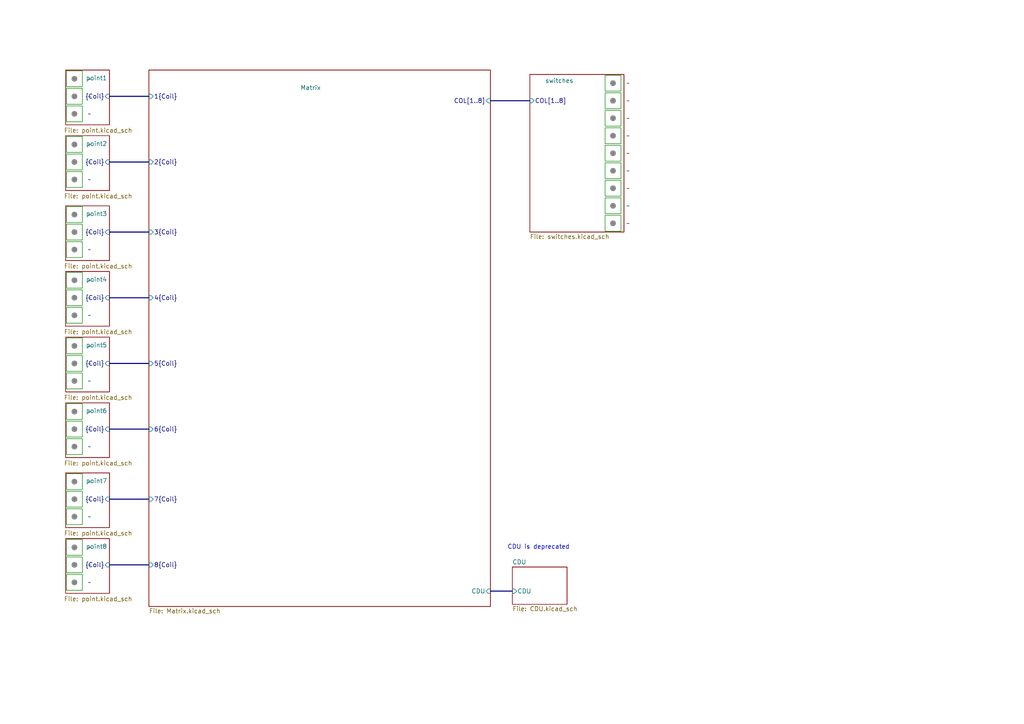
<source format=kicad_sch>
(kicad_sch (version 20231120) (generator "eeschema") (generator_version "8.0")
  (paper "A4")
  (lib_symbols
    (symbol "Device:D_45deg_Filled" (pin_numbers hide) (pin_names (offset 0) hide)
      (property "Reference" "D" (at 1.27 2.54 0))
      (property "Value" "D_45deg_Filled" (at 1.27 0 0))
      (symbol "D_45deg_Filled_0_1"
        (polyline (pts (xy -0.635 0.635) (xy -2.54 2.54)))
        (polyline (pts (xy 0 -1.27) (xy 1.27 0)) (stroke (width 0.254)))
        (polyline (pts (xy 2.54 -2.54) (xy 0.635 -0.635)))
      )
      (symbol "D_45deg_Filled_1_1"
        (polyline (pts (xy -1.27 0) (xy 0 1.27) (xy 0.635 -0.635) (xy -1.27 0)) (stroke (width 0.254)) (fill (type outline)))
        (pin passive line (at 2.54 -2.54 180) (length 0) (name "K") (number "1"))
        (pin passive line (at -2.54 2.54 0) (length 0) (name "A") (number "2"))
      )
    )
    (symbol "custom_kicad_lib_sk:screwterminal" (pin_numbers hide) (pin_names (offset 0) hide) (in_bom no) (on_board no)
      (symbol "screwterminal_1_1"
        (rectangle (start -2.3 2.3) (end 2.3 -2.3) (stroke (width 0) (color 0 132 0 1)))
        (circle (center 0 0) (radius 0.762) (stroke (width 0) (color 137 143 138 1)) (fill (type color) (color 132 132 132 1)))
      )
    )
  )
  (junction (at 420.37 118.11))
  (junction (at 445.77 97.79))
  (junction (at 443.23 133.35))
  (junction (at 443.23 110.49))
  (junction (at 415.29 113.03))
  (junction (at 422.91 143.51))
  (junction (at 415.29 166.37))
  (junction (at 420.37 156.21))
  (junction (at 430.53 158.75))
  (junction (at 427.99 171.45))
  (junction (at 415.29 151.13))
  (junction (at 407.67 151.13))
  (junction (at 450.85 133.35))
  (junction (at 422.91 166.37))
  (junction (at 445.77 128.27))
  (junction (at 430.53 135.89))
  (junction (at 420.37 171.45))
  (junction (at 435.61 140.97))
  (junction (at 450.85 163.83))
  (junction (at 450.85 102.87))
  (junction (at 435.61 163.83))
  (junction (at 438.15 128.27))
  (junction (at 427.99 148.59))
  (junction (at 445.77 158.75))
  (junction (at 443.23 163.83))
  (junction (at 438.15 105.41))
  (junction (at 438.15 158.75))
  (junction (at 407.67 166.37))
  (junction (at 407.67 120.65))
  (wire (pts (xy 412.75 148.59) (xy 427.99 148.59)))
  (wire (pts (xy 415.29 113.03) (xy 415.29 151.13)))
  (wire (pts (xy 422.91 52.07) (xy 422.91 143.51)))
  (wire (pts (xy 415.29 166.37) (xy 415.29 182.88)))
  (wire (pts (xy 461.01 52.07) (xy 461.01 182.88)))
  (wire (pts (xy 438.15 105.41) (xy 438.15 128.27)))
  (wire (pts (xy 445.77 158.75) (xy 445.77 182.88)))
  (bus (pts (xy 31.75 46.99) (xy 43.18 46.99)))
  (wire (pts (xy 412.75 72.39) (xy 469.9 72.39)))
  (wire (pts (xy 430.53 135.89) (xy 430.53 158.75)))
  (wire (pts (xy 412.75 118.11) (xy 420.37 118.11)))
  (bus (pts (xy 31.75 27.94) (xy 43.18 27.94)))
  (wire (pts (xy 412.75 57.15) (xy 469.9 57.15)))
  (bus (pts (xy 142.24 171.45) (xy 148.59 171.45)))
  (wire (pts (xy 422.91 143.51) (xy 422.91 166.37)))
  (wire (pts (xy 450.85 133.35) (xy 469.9 133.35)))
  (wire (pts (xy 450.85 102.87) (xy 469.9 102.87)))
  (wire (pts (xy 415.29 52.07) (xy 415.29 113.03)))
  (wire (pts (xy 430.53 52.07) (xy 430.53 135.89)))
  (wire (pts (xy 412.75 163.83) (xy 435.61 163.83)))
  (wire (pts (xy 412.75 87.63) (xy 469.9 87.63)))
  (wire (pts (xy 453.39 52.07) (xy 453.39 182.88)))
  (wire (pts (xy 412.75 156.21) (xy 420.37 156.21)))
  (bus (pts (xy 31.75 105.41) (xy 43.18 105.41)))
  (wire (pts (xy 412.75 64.77) (xy 469.9 64.77)))
  (wire (pts (xy 435.61 140.97) (xy 469.9 140.97)))
  (wire (pts (xy 412.75 102.87) (xy 450.85 102.87)))
  (wire (pts (xy 412.75 125.73) (xy 469.9 125.73)))
  (wire (pts (xy 412.75 171.45) (xy 420.37 171.45)))
  (wire (pts (xy 445.77 52.07) (xy 445.77 97.79)))
  (bus (pts (xy 142.24 29.21) (xy 153.67 29.21)))
  (wire (pts (xy 420.37 156.21) (xy 469.9 156.21)))
  (wire (pts (xy 435.61 163.83) (xy 443.23 163.83)))
  (wire (pts (xy 407.67 52.07) (xy 407.67 120.65)))
  (wire (pts (xy 412.75 133.35) (xy 443.23 133.35)))
  (wire (pts (xy 427.99 171.45) (xy 469.9 171.45)))
  (bus (pts (xy 31.75 144.78) (xy 43.18 144.78)))
  (wire (pts (xy 412.75 95.25) (xy 469.9 95.25)))
  (wire (pts (xy 412.75 80.01) (xy 469.9 80.01)))
  (wire (pts (xy 407.67 166.37) (xy 407.67 182.88)))
  (wire (pts (xy 438.15 128.27) (xy 438.15 158.75)))
  (wire (pts (xy 430.53 158.75) (xy 430.53 182.88)))
  (wire (pts (xy 450.85 163.83) (xy 469.9 163.83)))
  (wire (pts (xy 445.77 97.79) (xy 445.77 128.27)))
  (wire (pts (xy 427.99 148.59) (xy 469.9 148.59)))
  (wire (pts (xy 412.75 140.97) (xy 435.61 140.97)))
  (wire (pts (xy 415.29 151.13) (xy 415.29 166.37)))
  (wire (pts (xy 438.15 52.07) (xy 438.15 105.41)))
  (wire (pts (xy 422.91 166.37) (xy 422.91 182.88)))
  (wire (pts (xy 438.15 158.75) (xy 438.15 182.88)))
  (wire (pts (xy 443.23 133.35) (xy 450.85 133.35)))
  (wire (pts (xy 407.67 120.65) (xy 407.67 151.13)))
  (bus (pts (xy 31.75 86.36) (xy 43.18 86.36)))
  (wire (pts (xy 443.23 110.49) (xy 469.9 110.49)))
  (wire (pts (xy 407.67 151.13) (xy 407.67 166.37)))
  (wire (pts (xy 412.75 110.49) (xy 443.23 110.49)))
  (bus (pts (xy 31.75 67.31) (xy 43.18 67.31)))
  (bus (pts (xy 31.75 163.83) (xy 43.18 163.83)))
  (bus (pts (xy 31.75 124.46) (xy 43.18 124.46)))
  (wire (pts (xy 443.23 163.83) (xy 450.85 163.83)))
  (wire (pts (xy 445.77 128.27) (xy 445.77 158.75)))
  (wire (pts (xy 420.37 118.11) (xy 469.9 118.11)))
  (wire (pts (xy 420.37 171.45) (xy 427.99 171.45)))
  (text "CDU is deprecated" (at 156.21 158.75 0) (effects (font (size 1.27 1.27))))
  (global_label "2B" (shape input) (at 469.9 148.59 0) (property "Intersheetrefs" "${INTERSHEET_REFS}" (effects (hide yes))))
  (global_label "1B" (shape input) (at 469.9 163.83 0) (property "Intersheetrefs" "${INTERSHEET_REFS}" (effects (hide yes))))
  (global_label "7" (shape input) (at 453.39 182.88 180) (property "Intersheetrefs" "${INTERSHEET_REFS}" (effects (hide yes))))
  (global_label "7A" (shape input) (at 469.9 80.01 0) (property "Intersheetrefs" "${INTERSHEET_REFS}" (effects (hide yes))))
  (global_label "2" (shape input) (at 415.29 182.88 180) (property "Intersheetrefs" "${INTERSHEET_REFS}" (effects (hide yes))))
  (global_label "4A" (shape input) (at 469.9 125.73 0) (property "Intersheetrefs" "${INTERSHEET_REFS}" (effects (hide yes))))
  (global_label "2A" (shape input) (at 469.9 156.21 0) (property "Intersheetrefs" "${INTERSHEET_REFS}" (effects (hide yes))))
  (global_label "3A" (shape input) (at 469.9 140.97 0) (property "Intersheetrefs" "${INTERSHEET_REFS}" (effects (hide yes))))
  (global_label "6A" (shape input) (at 469.9 95.25 0) (property "Intersheetrefs" "${INTERSHEET_REFS}" (effects (hide yes))))
  (global_label "4" (shape input) (at 430.53 182.88 180) (property "Intersheetrefs" "${INTERSHEET_REFS}" (effects (hide yes))))
  (global_label "5B" (shape input) (at 469.9 102.87 0) (property "Intersheetrefs" "${INTERSHEET_REFS}" (effects (hide yes))))
  (global_label "7B" (shape input) (at 469.9 72.39 0) (property "Intersheetrefs" "${INTERSHEET_REFS}" (effects (hide yes))))
  (global_label "1" (shape input) (at 407.67 182.88 180) (property "Intersheetrefs" "${INTERSHEET_REFS}" (effects (hide yes))))
  (global_label "8A" (shape input) (at 469.9 64.77 0) (property "Intersheetrefs" "${INTERSHEET_REFS}" (effects (hide yes))))
  (global_label "3B" (shape input) (at 469.9 133.35 0) (property "Intersheetrefs" "${INTERSHEET_REFS}" (effects (hide yes))))
  (global_label "5A" (shape input) (at 469.9 110.49 0) (property "Intersheetrefs" "${INTERSHEET_REFS}" (effects (hide yes))))
  (global_label "8B" (shape input) (at 469.9 57.15 0) (property "Intersheetrefs" "${INTERSHEET_REFS}" (effects (hide yes))))
  (global_label "5" (shape input) (at 438.15 182.88 180) (property "Intersheetrefs" "${INTERSHEET_REFS}" (effects (hide yes))))
  (global_label "6B" (shape input) (at 469.9 87.63 0) (property "Intersheetrefs" "${INTERSHEET_REFS}" (effects (hide yes))))
  (global_label "3" (shape input) (at 422.91 182.88 180) (property "Intersheetrefs" "${INTERSHEET_REFS}" (effects (hide yes))))
  (global_label "4B" (shape input) (at 469.9 118.11 0) (property "Intersheetrefs" "${INTERSHEET_REFS}" (effects (hide yes))))
  (global_label "1A" (shape input) (at 469.9 171.45 0) (property "Intersheetrefs" "${INTERSHEET_REFS}" (effects (hide yes))))
  (global_label "6" (shape input) (at 445.77 182.88 180) (property "Intersheetrefs" "${INTERSHEET_REFS}" (effects (hide yes))))
  (global_label "8" (shape input) (at 461.01 182.88 180) (property "Intersheetrefs" "${INTERSHEET_REFS}" (effects (hide yes))))
  (symbol (lib_id "custom_kicad_lib_sk:screwterminal") (at 21.59 62.23 0) (unit 1) (in_bom no) (on_board no)
    (property "Reference" "u107" (effects (hide yes)))
    (property "Value" "~" (at 25.4 62.23 0) (effects (justify left)))
  )
  (symbol (lib_id "custom_kicad_lib_sk:screwterminal") (at 177.8 59.69 0) (unit 1) (in_bom no) (on_board no)
    (property "Reference" "u132" (effects (hide yes)))
    (property "Value" "~" (at 181.61 59.69 0) (effects (justify left)))
  )
  (symbol (lib_id "custom_kicad_lib_sk:screwterminal") (at 21.59 158.75 0) (unit 1) (in_bom no) (on_board no)
    (property "Reference" "u122" (effects (hide yes)))
    (property "Value" "~" (at 25.4 158.75 0) (effects (justify left)))
  )
  (symbol (lib_id "custom_kicad_lib_sk:screwterminal") (at 21.59 124.46 0) (unit 1) (in_bom no) (on_board no)
    (property "Reference" "u117" (effects (hide yes)))
    (property "Value" "~" (at 25.4 124.46 0) (effects (justify left)))
  )
  (symbol (lib_id "Device:D_45deg_Filled") (at 410.21 168.91 180) (unit 1)
    (property "Reference" "D?" (effects (hide yes)))
    (property "Value" "D_45deg_Filled" (effects (hide yes)))
    (property "Description" "Diode, filled, rotated by 45°" (effects (hide yes)))
    (property "Sim.Device" "D" (effects (hide yes)))
    (property "Sim.Pins" "1=K 2=A" (effects (hide yes)))
  )
  (symbol (lib_id "custom_kicad_lib_sk:screwterminal") (at 21.59 163.83 0) (unit 1) (in_bom no) (on_board no)
    (property "Reference" "u123" (effects (hide yes)))
    (property "Value" "~" (at 25.4 163.83 0) (effects (justify left)))
  )
  (symbol (lib_id "custom_kicad_lib_sk:screwterminal") (at 21.59 41.91 0) (unit 1) (in_bom no) (on_board no)
    (property "Reference" "u104" (effects (hide yes)))
    (property "Value" "~" (at 25.4 41.91 0) (effects (justify left)))
  )
  (symbol (lib_id "custom_kicad_lib_sk:screwterminal") (at 21.59 149.86 0) (unit 1) (in_bom no) (on_board no)
    (property "Reference" "u121" (effects (hide yes)))
    (property "Value" "~" (at 25.4 149.86 0) (effects (justify left)))
  )
  (symbol (lib_id "custom_kicad_lib_sk:screwterminal") (at 21.59 86.36 0) (unit 1) (in_bom no) (on_board no)
    (property "Reference" "u111" (effects (hide yes)))
    (property "Value" "~" (at 25.4 86.36 0) (effects (justify left)))
  )
  (symbol (lib_id "custom_kicad_lib_sk:screwterminal") (at 21.59 129.54 0) (unit 1) (in_bom no) (on_board no)
    (property "Reference" "u118" (effects (hide yes)))
    (property "Value" "~" (at 25.4 129.54 0) (effects (justify left)))
  )
  (symbol (lib_id "Device:D_45deg_Filled") (at 433.07 138.43 180) (unit 1)
    (property "Reference" "D?" (effects (hide yes)))
    (property "Value" "D_45deg_Filled" (effects (hide yes)))
    (property "Description" "Diode, filled, rotated by 45°" (effects (hide yes)))
    (property "Sim.Device" "D" (effects (hide yes)))
    (property "Sim.Pins" "1=K 2=A" (effects (hide yes)))
  )
  (symbol (lib_id "Device:D_45deg_Filled") (at 410.21 123.19 180) (unit 1)
    (property "Reference" "D?" (effects (hide yes)))
    (property "Value" "D_45deg_Filled" (effects (hide yes)))
    (property "Description" "Diode, filled, rotated by 45°" (effects (hide yes)))
    (property "Sim.Device" "D" (effects (hide yes)))
    (property "Sim.Pins" "1=K 2=A" (effects (hide yes)))
  )
  (symbol (lib_id "custom_kicad_lib_sk:screwterminal") (at 21.59 139.7 0) (unit 1) (in_bom no) (on_board no)
    (property "Reference" "u119" (effects (hide yes)))
    (property "Value" "~" (at 25.4 139.7 0) (effects (justify left)))
  )
  (symbol (lib_id "custom_kicad_lib_sk:screwterminal") (at 177.8 24.13 0) (unit 1) (in_bom no) (on_board no)
    (property "Reference" "u125" (effects (hide yes)))
    (property "Value" "~" (at 181.61 24.13 0) (effects (justify left)))
  )
  (symbol (lib_id "custom_kicad_lib_sk:screwterminal") (at 21.59 67.31 0) (unit 1) (in_bom no) (on_board no)
    (property "Reference" "u108" (effects (hide yes)))
    (property "Value" "~" (at 25.4 67.31 0) (effects (justify left)))
  )
  (symbol (lib_id "custom_kicad_lib_sk:screwterminal") (at 177.8 34.29 0) (unit 1) (in_bom no) (on_board no)
    (property "Reference" "u127" (effects (hide yes)))
    (property "Value" "~" (at 181.61 34.29 0) (effects (justify left)))
  )
  (symbol (lib_id "custom_kicad_lib_sk:screwterminal") (at 21.59 91.44 0) (unit 1) (in_bom no) (on_board no)
    (property "Reference" "u112" (effects (hide yes)))
    (property "Value" "~" (at 25.4 91.44 0) (effects (justify left)))
  )
  (symbol (lib_id "Device:D_45deg_Filled") (at 425.45 168.91 180) (unit 1)
    (property "Reference" "D?" (effects (hide yes)))
    (property "Value" "D_45deg_Filled" (effects (hide yes)))
    (property "Description" "Diode, filled, rotated by 45°" (effects (hide yes)))
    (property "Sim.Device" "D" (effects (hide yes)))
    (property "Sim.Pins" "1=K 2=A" (effects (hide yes)))
  )
  (symbol (lib_id "custom_kicad_lib_sk:screwterminal") (at 177.8 49.53 0) (unit 1) (in_bom no) (on_board no)
    (property "Reference" "u130" (effects (hide yes)))
    (property "Value" "~" (at 181.61 49.53 0) (effects (justify left)))
  )
  (symbol (lib_id "custom_kicad_lib_sk:screwterminal") (at 21.59 22.86 0) (unit 1) (in_bom no) (on_board no)
    (property "Reference" "u101" (effects (hide yes)))
    (property "Value" "~" (at 25.4 22.86 0) (effects (justify left)))
  )
  (symbol (lib_id "custom_kicad_lib_sk:screwterminal") (at 21.59 27.94 0) (unit 1) (in_bom no) (on_board no)
    (property "Reference" "u102" (effects (hide yes)))
    (property "Value" "~" (at 25.4 27.94 0) (effects (justify left)))
  )
  (symbol (lib_id "Device:D_45deg_Filled") (at 410.21 153.67 180) (unit 1)
    (property "Reference" "D?" (effects (hide yes)))
    (property "Value" "D_45deg_Filled" (effects (hide yes)))
    (property "Description" "Diode, filled, rotated by 45°" (effects (hide yes)))
    (property "Sim.Device" "D" (effects (hide yes)))
    (property "Sim.Pins" "1=K 2=A" (effects (hide yes)))
  )
  (symbol (lib_id "custom_kicad_lib_sk:screwterminal") (at 177.8 39.37 0) (unit 1) (in_bom no) (on_board no)
    (property "Reference" "u128" (effects (hide yes)))
    (property "Value" "~" (at 181.61 39.37 0) (effects (justify left)))
  )
  (symbol (lib_id "custom_kicad_lib_sk:screwterminal") (at 21.59 105.41 0) (unit 1) (in_bom no) (on_board no)
    (property "Reference" "u114" (effects (hide yes)))
    (property "Value" "~" (at 25.4 105.41 0) (effects (justify left)))
  )
  (symbol (lib_id "Device:D_45deg_Filled") (at 448.31 130.81 180) (unit 1)
    (property "Reference" "D?" (effects (hide yes)))
    (property "Value" "D_45deg_Filled" (effects (hide yes)))
    (property "Description" "Diode, filled, rotated by 45°" (effects (hide yes)))
    (property "Sim.Device" "D" (effects (hide yes)))
    (property "Sim.Pins" "1=K 2=A" (effects (hide yes)))
  )
  (symbol (lib_id "Device:D_45deg_Filled") (at 433.07 161.29 180) (unit 1)
    (property "Reference" "D?" (effects (hide yes)))
    (property "Value" "D_45deg_Filled" (effects (hide yes)))
    (property "Description" "Diode, filled, rotated by 45°" (effects (hide yes)))
    (property "Sim.Device" "D" (effects (hide yes)))
    (property "Sim.Pins" "1=K 2=A" (effects (hide yes)))
  )
  (symbol (lib_id "custom_kicad_lib_sk:screwterminal") (at 21.59 110.49 0) (unit 1) (in_bom no) (on_board no)
    (property "Reference" "u115" (effects (hide yes)))
    (property "Value" "~" (at 25.4 110.49 0) (effects (justify left)))
  )
  (symbol (lib_id "Device:D_45deg_Filled") (at 425.45 146.05 180) (unit 1)
    (property "Reference" "D?" (effects (hide yes)))
    (property "Value" "D_45deg_Filled" (effects (hide yes)))
    (property "Description" "Diode, filled, rotated by 45°" (effects (hide yes)))
    (property "Sim.Device" "D" (effects (hide yes)))
    (property "Sim.Pins" "1=K 2=A" (effects (hide yes)))
  )
  (symbol (lib_id "custom_kicad_lib_sk:screwterminal") (at 177.8 54.61 0) (unit 1) (in_bom no) (on_board no)
    (property "Reference" "u131" (effects (hide yes)))
    (property "Value" "~" (at 181.61 54.61 0) (effects (justify left)))
  )
  (symbol (lib_id "custom_kicad_lib_sk:screwterminal") (at 177.8 44.45 0) (unit 1) (in_bom no) (on_board no)
    (property "Reference" "u129" (effects (hide yes)))
    (property "Value" "~" (at 181.61 44.45 0) (effects (justify left)))
  )
  (symbol (lib_id "custom_kicad_lib_sk:screwterminal") (at 177.8 64.77 0) (unit 1) (in_bom no) (on_board no)
    (property "Reference" "u133" (effects (hide yes)))
    (property "Value" "~" (at 181.61 64.77 0) (effects (justify left)))
  )
  (symbol (lib_id "Device:D_45deg_Filled") (at 440.69 130.81 180) (unit 1)
    (property "Reference" "D?" (effects (hide yes)))
    (property "Value" "D_45deg_Filled" (effects (hide yes)))
    (property "Description" "Diode, filled, rotated by 45°" (effects (hide yes)))
    (property "Sim.Device" "D" (effects (hide yes)))
    (property "Sim.Pins" "1=K 2=A" (effects (hide yes)))
  )
  (symbol (lib_id "Device:D_45deg_Filled") (at 440.69 107.95 180) (unit 1)
    (property "Reference" "D?" (effects (hide yes)))
    (property "Value" "D_45deg_Filled" (effects (hide yes)))
    (property "Description" "Diode, filled, rotated by 45°" (effects (hide yes)))
    (property "Sim.Device" "D" (effects (hide yes)))
    (property "Sim.Pins" "1=K 2=A" (effects (hide yes)))
  )
  (symbol (lib_id "custom_kicad_lib_sk:screwterminal") (at 21.59 100.33 0) (unit 1) (in_bom no) (on_board no)
    (property "Reference" "u113" (effects (hide yes)))
    (property "Value" "~" (at 25.4 100.33 0) (effects (justify left)))
  )
  (symbol (lib_id "custom_kicad_lib_sk:screwterminal") (at 21.59 46.99 0) (unit 1) (in_bom no) (on_board no)
    (property "Reference" "u105" (effects (hide yes)))
    (property "Value" "~" (at 25.4 46.99 0) (effects (justify left)))
  )
  (symbol (lib_id "Device:D_45deg_Filled") (at 448.31 161.29 180) (unit 1)
    (property "Reference" "D?" (effects (hide yes)))
    (property "Value" "D_45deg_Filled" (effects (hide yes)))
    (property "Description" "Diode, filled, rotated by 45°" (effects (hide yes)))
    (property "Sim.Device" "D" (effects (hide yes)))
    (property "Sim.Pins" "1=K 2=A" (effects (hide yes)))
  )
  (symbol (lib_id "Device:D_45deg_Filled") (at 417.83 115.57 180) (unit 1)
    (property "Reference" "D?" (effects (hide yes)))
    (property "Value" "D_45deg_Filled" (effects (hide yes)))
    (property "Description" "Diode, filled, rotated by 45°" (effects (hide yes)))
    (property "Sim.Device" "D" (effects (hide yes)))
    (property "Sim.Pins" "1=K 2=A" (effects (hide yes)))
  )
  (symbol (lib_id "custom_kicad_lib_sk:screwterminal") (at 21.59 144.78 0) (unit 1) (in_bom no) (on_board no)
    (property "Reference" "u120" (effects (hide yes)))
    (property "Value" "~" (at 25.4 144.78 0) (effects (justify left)))
  )
  (symbol (lib_id "custom_kicad_lib_sk:screwterminal") (at 21.59 119.38 0) (unit 1) (in_bom no) (on_board no)
    (property "Reference" "u116" (effects (hide yes)))
    (property "Value" "~" (at 25.4 119.38 0) (effects (justify left)))
  )
  (symbol (lib_id "Device:D_45deg_Filled") (at 417.83 153.67 180) (unit 1)
    (property "Reference" "D?" (effects (hide yes)))
    (property "Value" "D_45deg_Filled" (effects (hide yes)))
    (property "Description" "Diode, filled, rotated by 45°" (effects (hide yes)))
    (property "Sim.Device" "D" (effects (hide yes)))
    (property "Sim.Pins" "1=K 2=A" (effects (hide yes)))
  )
  (symbol (lib_id "Device:D_45deg_Filled") (at 440.69 161.29 180) (unit 1)
    (property "Reference" "D?" (effects (hide yes)))
    (property "Value" "D_45deg_Filled" (effects (hide yes)))
    (property "Description" "Diode, filled, rotated by 45°" (effects (hide yes)))
    (property "Sim.Device" "D" (effects (hide yes)))
    (property "Sim.Pins" "1=K 2=A" (effects (hide yes)))
  )
  (symbol (lib_id "custom_kicad_lib_sk:screwterminal") (at 21.59 52.07 0) (unit 1) (in_bom no) (on_board no)
    (property "Reference" "u106" (effects (hide yes)))
    (property "Value" "~" (at 25.4 52.07 0) (effects (justify left)))
  )
  (symbol (lib_id "Device:D_45deg_Filled") (at 448.31 100.33 180) (unit 1)
    (property "Reference" "D?" (effects (hide yes)))
    (property "Value" "D_45deg_Filled" (effects (hide yes)))
    (property "Description" "Diode, filled, rotated by 45°" (effects (hide yes)))
    (property "Sim.Device" "D" (effects (hide yes)))
    (property "Sim.Pins" "1=K 2=A" (effects (hide yes)))
  )
  (symbol (lib_id "custom_kicad_lib_sk:screwterminal") (at 21.59 168.91 0) (unit 1) (in_bom no) (on_board no)
    (property "Reference" "u124" (effects (hide yes)))
    (property "Value" "~" (at 25.4 168.91 0) (effects (justify left)))
  )
  (symbol (lib_id "custom_kicad_lib_sk:screwterminal") (at 21.59 81.28 0) (unit 1) (in_bom no) (on_board no)
    (property "Reference" "u110" (effects (hide yes)))
    (property "Value" "~" (at 25.4 81.28 0) (effects (justify left)))
  )
  (symbol (lib_id "custom_kicad_lib_sk:screwterminal") (at 177.8 29.21 0) (unit 1) (in_bom no) (on_board no)
    (property "Reference" "u126" (effects (hide yes)))
    (property "Value" "~" (at 181.61 29.21 0) (effects (justify left)))
  )
  (symbol (lib_id "custom_kicad_lib_sk:screwterminal") (at 21.59 72.39 0) (unit 1) (in_bom no) (on_board no)
    (property "Reference" "u109" (effects (hide yes)))
    (property "Value" "~" (at 25.4 72.39 0) (effects (justify left)))
  )
  (symbol (lib_id "custom_kicad_lib_sk:screwterminal") (at 21.59 33.02 0) (unit 1) (in_bom no) (on_board no)
    (property "Reference" "u103" (effects (hide yes)))
    (property "Value" "~" (at 25.4 33.02 0) (effects (justify left)))
  )
  (symbol (lib_id "Device:D_45deg_Filled") (at 417.83 168.91 180) (unit 1)
    (property "Reference" "D?" (effects (hide yes)))
    (property "Value" "D_45deg_Filled" (effects (hide yes)))
    (property "Description" "Diode, filled, rotated by 45°" (effects (hide yes)))
    (property "Sim.Device" "D" (effects (hide yes)))
    (property "Sim.Pins" "1=K 2=A" (effects (hide yes)))
  )
  (sheet (at 19.05 59.69) (size 12.7 15.875) (stroke (width 0.1524))
    (property "Sheetname" "point3" (at 24.892 62.738 0) (effects (justify left bottom)))
    (property "Sheetfile" "point.kicad_sch" (at 18.542 76.454 0) (effects (justify left top)))
    (pin "{Coil}" input (at 31.75 67.31 0))
  )
  (sheet (at 19.05 156.21) (size 12.7 15.875) (stroke (width 0.1524))
    (property "Sheetname" "point8" (at 24.892 159.258 0) (effects (justify left bottom)))
    (property "Sheetfile" "point.kicad_sch" (at 18.542 172.974 0) (effects (justify left top)))
    (pin "{Coil}" input (at 31.75 163.83 0))
  )
  (sheet (at 19.05 97.79) (size 12.7 15.875) (stroke (width 0.1524))
    (property "Sheetname" "point5" (at 24.892 100.838 0) (effects (justify left bottom)))
    (property "Sheetfile" "point.kicad_sch" (at 18.542 114.554 0) (effects (justify left top)))
    (pin "{Coil}" input (at 31.75 105.41 0))
  )
  (sheet (at 19.05 116.84) (size 12.7 15.875) (stroke (width 0.1524))
    (property "Sheetname" "point6" (at 24.892 119.888 0) (effects (justify left bottom)))
    (property "Sheetfile" "point.kicad_sch" (at 18.542 133.604 0) (effects (justify left top)))
    (pin "{Coil}" input (at 31.75 124.46 0))
  )
  (sheet (at 153.67 21.59) (size 27.305 45.72) (stroke (width 0.1524))
    (property "Sheetname" "switches" (at 158.115 24.13 0) (effects (justify left bottom)))
    (property "Sheetfile" "switches.kicad_sch" (at 153.67 67.8946 0) (effects (justify left top)))
    (pin "COL[1..8]" input (at 153.67 29.21 180))
  )
  (sheet (at 19.05 137.16) (size 12.7 15.875) (stroke (width 0.1524))
    (property "Sheetname" "point7" (at 24.892 140.208 0) (effects (justify left bottom)))
    (property "Sheetfile" "point.kicad_sch" (at 18.542 153.924 0) (effects (justify left top)))
    (pin "{Coil}" input (at 31.75 144.78 0))
  )
  (sheet (at 19.05 39.37) (size 12.7 15.875) (stroke (width 0.1524))
    (property "Sheetname" "point2" (at 24.892 42.418 0) (effects (justify left bottom)))
    (property "Sheetfile" "point.kicad_sch" (at 18.542 56.134 0) (effects (justify left top)))
    (pin "{Coil}" input (at 31.75 46.99 0))
  )
  (sheet (at 19.05 20.32) (size 12.7 15.875) (stroke (width 0.1524))
    (property "Sheetname" "point1" (at 24.892 23.368 0) (effects (justify left bottom)))
    (property "Sheetfile" "point.kicad_sch" (at 18.542 37.084 0) (effects (justify left top)))
    (pin "{Coil}" input (at 31.75 27.94 0))
  )
  (sheet (at 148.59 164.465) (size 15.875 10.795) (stroke (width 0.1524))
    (property "Sheetname" "CDU" (at 148.59 163.7534 0) (effects (justify left bottom)))
    (property "Sheetfile" "CDU.kicad_sch" (at 148.59 175.8446 0) (effects (justify left top)))
    (pin "CDU" input (at 148.59 171.45 180))
  )
  (sheet (at 43.18 20.32) (size 99.06 155.575) (stroke (width 0.1524))
    (property "Sheetname" "Matrix" (at 87.122 26.162 0) (effects (justify left bottom)))
    (property "Sheetfile" "Matrix.kicad_sch" (at 43.18 176.4796 0) (effects (justify left top)))
    (pin "5{Coil}" input (at 43.18 105.41 180))
    (pin "4{Coil}" input (at 43.18 86.36 180))
    (pin "1{Coil}" input (at 43.18 27.94 180))
    (pin "2{Coil}" input (at 43.18 46.99 180))
    (pin "3{Coil}" input (at 43.18 67.31 180))
    (pin "6{Coil}" input (at 43.18 124.46 180))
    (pin "7{Coil}" input (at 43.18 144.78 180))
    (pin "8{Coil}" input (at 43.18 163.83 180))
    (pin "CDU" input (at 142.24 171.45 0))
    (pin "COL[1..8]" input (at 142.24 29.21 0))
  )
  (sheet (at 19.05 78.74) (size 12.7 15.875) (stroke (width 0.1524))
    (property "Sheetname" "point4" (at 24.892 81.788 0) (effects (justify left bottom)))
    (property "Sheetfile" "point.kicad_sch" (at 18.542 95.504 0) (effects (justify left top)))
    (pin "{Coil}" input (at 31.75 86.36 0))
  )
)
</source>
